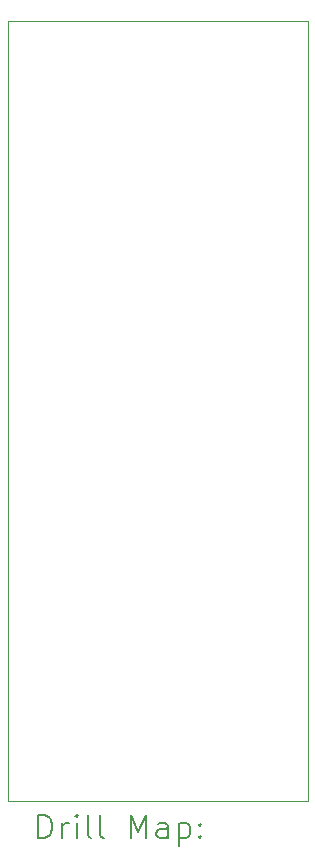
<source format=gbr>
%TF.GenerationSoftware,KiCad,Pcbnew,9.0.6*%
%TF.CreationDate,2026-01-07T12:02:35-06:00*%
%TF.ProjectId,QFN-48_6x6_P0.4,51464e2d-3438-45f3-9678-365f50302e34,rev?*%
%TF.SameCoordinates,Original*%
%TF.FileFunction,Drillmap*%
%TF.FilePolarity,Positive*%
%FSLAX45Y45*%
G04 Gerber Fmt 4.5, Leading zero omitted, Abs format (unit mm)*
G04 Created by KiCad (PCBNEW 9.0.6) date 2026-01-07 12:02:35*
%MOMM*%
%LPD*%
G01*
G04 APERTURE LIST*
%ADD10C,0.050000*%
%ADD11C,0.200000*%
G04 APERTURE END LIST*
D10*
X12573000Y-8763000D02*
X15113000Y-8763000D01*
X15113000Y-15367000D01*
X12573000Y-15367000D01*
X12573000Y-8763000D01*
D11*
X12831277Y-15680984D02*
X12831277Y-15480984D01*
X12831277Y-15480984D02*
X12878896Y-15480984D01*
X12878896Y-15480984D02*
X12907467Y-15490508D01*
X12907467Y-15490508D02*
X12926515Y-15509555D01*
X12926515Y-15509555D02*
X12936039Y-15528603D01*
X12936039Y-15528603D02*
X12945562Y-15566698D01*
X12945562Y-15566698D02*
X12945562Y-15595269D01*
X12945562Y-15595269D02*
X12936039Y-15633365D01*
X12936039Y-15633365D02*
X12926515Y-15652412D01*
X12926515Y-15652412D02*
X12907467Y-15671460D01*
X12907467Y-15671460D02*
X12878896Y-15680984D01*
X12878896Y-15680984D02*
X12831277Y-15680984D01*
X13031277Y-15680984D02*
X13031277Y-15547650D01*
X13031277Y-15585746D02*
X13040801Y-15566698D01*
X13040801Y-15566698D02*
X13050324Y-15557174D01*
X13050324Y-15557174D02*
X13069372Y-15547650D01*
X13069372Y-15547650D02*
X13088420Y-15547650D01*
X13155086Y-15680984D02*
X13155086Y-15547650D01*
X13155086Y-15480984D02*
X13145562Y-15490508D01*
X13145562Y-15490508D02*
X13155086Y-15500031D01*
X13155086Y-15500031D02*
X13164610Y-15490508D01*
X13164610Y-15490508D02*
X13155086Y-15480984D01*
X13155086Y-15480984D02*
X13155086Y-15500031D01*
X13278896Y-15680984D02*
X13259848Y-15671460D01*
X13259848Y-15671460D02*
X13250324Y-15652412D01*
X13250324Y-15652412D02*
X13250324Y-15480984D01*
X13383658Y-15680984D02*
X13364610Y-15671460D01*
X13364610Y-15671460D02*
X13355086Y-15652412D01*
X13355086Y-15652412D02*
X13355086Y-15480984D01*
X13612229Y-15680984D02*
X13612229Y-15480984D01*
X13612229Y-15480984D02*
X13678896Y-15623841D01*
X13678896Y-15623841D02*
X13745562Y-15480984D01*
X13745562Y-15480984D02*
X13745562Y-15680984D01*
X13926515Y-15680984D02*
X13926515Y-15576222D01*
X13926515Y-15576222D02*
X13916991Y-15557174D01*
X13916991Y-15557174D02*
X13897943Y-15547650D01*
X13897943Y-15547650D02*
X13859848Y-15547650D01*
X13859848Y-15547650D02*
X13840801Y-15557174D01*
X13926515Y-15671460D02*
X13907467Y-15680984D01*
X13907467Y-15680984D02*
X13859848Y-15680984D01*
X13859848Y-15680984D02*
X13840801Y-15671460D01*
X13840801Y-15671460D02*
X13831277Y-15652412D01*
X13831277Y-15652412D02*
X13831277Y-15633365D01*
X13831277Y-15633365D02*
X13840801Y-15614317D01*
X13840801Y-15614317D02*
X13859848Y-15604793D01*
X13859848Y-15604793D02*
X13907467Y-15604793D01*
X13907467Y-15604793D02*
X13926515Y-15595269D01*
X14021753Y-15547650D02*
X14021753Y-15747650D01*
X14021753Y-15557174D02*
X14040801Y-15547650D01*
X14040801Y-15547650D02*
X14078896Y-15547650D01*
X14078896Y-15547650D02*
X14097943Y-15557174D01*
X14097943Y-15557174D02*
X14107467Y-15566698D01*
X14107467Y-15566698D02*
X14116991Y-15585746D01*
X14116991Y-15585746D02*
X14116991Y-15642888D01*
X14116991Y-15642888D02*
X14107467Y-15661936D01*
X14107467Y-15661936D02*
X14097943Y-15671460D01*
X14097943Y-15671460D02*
X14078896Y-15680984D01*
X14078896Y-15680984D02*
X14040801Y-15680984D01*
X14040801Y-15680984D02*
X14021753Y-15671460D01*
X14202705Y-15661936D02*
X14212229Y-15671460D01*
X14212229Y-15671460D02*
X14202705Y-15680984D01*
X14202705Y-15680984D02*
X14193182Y-15671460D01*
X14193182Y-15671460D02*
X14202705Y-15661936D01*
X14202705Y-15661936D02*
X14202705Y-15680984D01*
X14202705Y-15557174D02*
X14212229Y-15566698D01*
X14212229Y-15566698D02*
X14202705Y-15576222D01*
X14202705Y-15576222D02*
X14193182Y-15566698D01*
X14193182Y-15566698D02*
X14202705Y-15557174D01*
X14202705Y-15557174D02*
X14202705Y-15576222D01*
M02*

</source>
